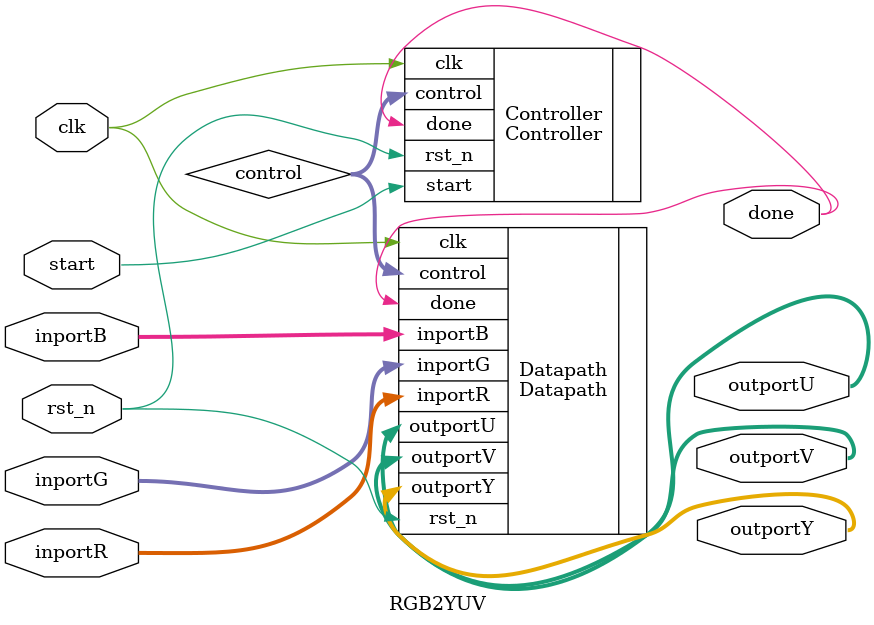
<source format=v>
`timescale 1ns / 1ps
`define bits 9

module RGB2YUV(start, clk, rst_n, inportR, inportG, inportB, done, outportY, outportU, outportV);
input start, clk, rst_n;
input [`bits-1:0] inportR, inportG, inportB;
output done;
output [`bits-1:0] outportY, outportU, outportV;
wire [21:0] control;

Controller Controller( .start(start), .rst_n(rst_n), .clk(clk), .done(done), .control(control) );
Datapath Datapath( .inportR(inportR), .inportG(inportG), .inportB(inportB), .control(control), .clk(clk),
	.rst_n(rst_n), .outportY(outportY), .outportU(outportU), .outportV(outportV) ,.done(done) );

endmodule

</source>
